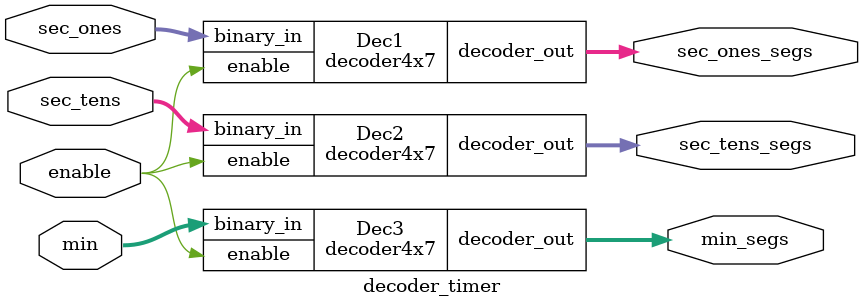
<source format=v>
module decoder4x7(
  binary_in   , //  4 bit binary input
  decoder_out , //  7-bit out 
  enable        //  Enable for the decoder
);
  input [3:0] binary_in  ;
  input  enable ; 
  output [6:0] decoder_out ; 
          
  wire [6:0] decoder_out ; 
  
  assign decoder_out = (enable) ? (1 << binary_in) : 6'b0 ;
  
 endmodule

module decoder_timer(
  input [3:0] sec_ones, sec_tens, min,
  input  wire enable,
  output [6:0] sec_ones_segs, sec_tens_segs, min_segs);
  
  decoder4x7 Dec1(.binary_in(sec_ones), .decoder_out(sec_ones_segs), .enable(enable));
  decoder4x7 Dec2(.binary_in(sec_tens), .decoder_out(sec_tens_segs), .enable(enable));
  decoder4x7 Dec3(.binary_in(min), .decoder_out(min_segs), .enable(enable));
  
endmodule
 
</source>
